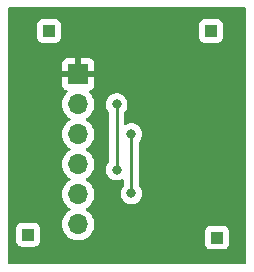
<source format=gbr>
G04 #@! TF.GenerationSoftware,KiCad,Pcbnew,8.0.01-1-dev-1e03266dfe*
G04 #@! TF.CreationDate,2024-03-02T01:41:00-08:00*
G04 #@! TF.ProjectId,sfh7070_breakoutboard,73666837-3037-4305-9f62-7265616b6f75,rev?*
G04 #@! TF.SameCoordinates,Original*
G04 #@! TF.FileFunction,Copper,L2,Bot*
G04 #@! TF.FilePolarity,Positive*
%FSLAX46Y46*%
G04 Gerber Fmt 4.6, Leading zero omitted, Abs format (unit mm)*
G04 Created by KiCad (PCBNEW 8.0.01-1-dev-1e03266dfe) date 2024-03-02 01:41:00*
%MOMM*%
%LPD*%
G01*
G04 APERTURE LIST*
G04 #@! TA.AperFunction,ComponentPad*
%ADD10R,1.700000X1.700000*%
G04 #@! TD*
G04 #@! TA.AperFunction,ComponentPad*
%ADD11O,1.700000X1.700000*%
G04 #@! TD*
G04 #@! TA.AperFunction,ComponentPad*
%ADD12R,1.000000X1.000000*%
G04 #@! TD*
G04 #@! TA.AperFunction,ViaPad*
%ADD13C,0.800000*%
G04 #@! TD*
G04 #@! TA.AperFunction,Conductor*
%ADD14C,0.250000*%
G04 #@! TD*
G04 APERTURE END LIST*
D10*
X26250000Y-23170000D03*
D11*
X26250000Y-25710000D03*
X26250000Y-28250000D03*
X26250000Y-30790000D03*
X26250000Y-33330000D03*
X26250000Y-35870000D03*
D12*
X38000000Y-37000000D03*
X37500000Y-19500000D03*
X22000000Y-36750000D03*
X23750000Y-19500000D03*
D13*
X37750000Y-22000000D03*
X36250000Y-34250000D03*
X29500000Y-25710000D03*
X29500000Y-31250000D03*
X30750000Y-33250000D03*
X30750000Y-28250000D03*
D14*
X29500000Y-31250000D02*
X29500000Y-25710000D01*
X30750000Y-33250000D02*
X30750000Y-28250000D01*
G04 #@! TA.AperFunction,Conductor*
G36*
X40431621Y-17530502D02*
G01*
X40478114Y-17584158D01*
X40489500Y-17636500D01*
X40489500Y-39113500D01*
X40469498Y-39181621D01*
X40415842Y-39228114D01*
X40363500Y-39239500D01*
X20386500Y-39239500D01*
X20318379Y-39219498D01*
X20271886Y-39165842D01*
X20260500Y-39113500D01*
X20260500Y-37298649D01*
X20991500Y-37298649D01*
X20998009Y-37359196D01*
X20998011Y-37359204D01*
X21049110Y-37496202D01*
X21049112Y-37496207D01*
X21136738Y-37613261D01*
X21253792Y-37700887D01*
X21253794Y-37700888D01*
X21253796Y-37700889D01*
X21312875Y-37722924D01*
X21390795Y-37751988D01*
X21390803Y-37751990D01*
X21451350Y-37758499D01*
X21451355Y-37758499D01*
X21451362Y-37758500D01*
X21451368Y-37758500D01*
X22548632Y-37758500D01*
X22548638Y-37758500D01*
X22548645Y-37758499D01*
X22548649Y-37758499D01*
X22609196Y-37751990D01*
X22609199Y-37751989D01*
X22609201Y-37751989D01*
X22746204Y-37700889D01*
X22863261Y-37613261D01*
X22911629Y-37548649D01*
X36991500Y-37548649D01*
X36998009Y-37609196D01*
X36998011Y-37609204D01*
X37049110Y-37746202D01*
X37049112Y-37746207D01*
X37136738Y-37863261D01*
X37253792Y-37950887D01*
X37253794Y-37950888D01*
X37253796Y-37950889D01*
X37312875Y-37972924D01*
X37390795Y-38001988D01*
X37390803Y-38001990D01*
X37451350Y-38008499D01*
X37451355Y-38008499D01*
X37451362Y-38008500D01*
X37451368Y-38008500D01*
X38548632Y-38008500D01*
X38548638Y-38008500D01*
X38548645Y-38008499D01*
X38548649Y-38008499D01*
X38609196Y-38001990D01*
X38609199Y-38001989D01*
X38609201Y-38001989D01*
X38746204Y-37950889D01*
X38863261Y-37863261D01*
X38950887Y-37746207D01*
X38950887Y-37746206D01*
X38950889Y-37746204D01*
X39001989Y-37609201D01*
X39008500Y-37548638D01*
X39008500Y-36451362D01*
X39008499Y-36451350D01*
X39001990Y-36390803D01*
X39001988Y-36390795D01*
X38950889Y-36253797D01*
X38950887Y-36253792D01*
X38863261Y-36136738D01*
X38746207Y-36049112D01*
X38746202Y-36049110D01*
X38609204Y-35998011D01*
X38609196Y-35998009D01*
X38548649Y-35991500D01*
X38548638Y-35991500D01*
X37451362Y-35991500D01*
X37451350Y-35991500D01*
X37390803Y-35998009D01*
X37390795Y-35998011D01*
X37253797Y-36049110D01*
X37253792Y-36049112D01*
X37136738Y-36136738D01*
X37049112Y-36253792D01*
X37049110Y-36253797D01*
X36998011Y-36390795D01*
X36998009Y-36390803D01*
X36991500Y-36451350D01*
X36991500Y-37548649D01*
X22911629Y-37548649D01*
X22950889Y-37496204D01*
X23001989Y-37359201D01*
X23008500Y-37298638D01*
X23008500Y-36201362D01*
X23008499Y-36201350D01*
X23001990Y-36140803D01*
X23001988Y-36140795D01*
X22950889Y-36003797D01*
X22950887Y-36003792D01*
X22863261Y-35886738D01*
X22840902Y-35870000D01*
X24886844Y-35870000D01*
X24897451Y-35998011D01*
X24905437Y-36094375D01*
X24960702Y-36312612D01*
X24960703Y-36312613D01*
X24960704Y-36312616D01*
X25051140Y-36518791D01*
X25051141Y-36518793D01*
X25174275Y-36707265D01*
X25174279Y-36707270D01*
X25326762Y-36872908D01*
X25381331Y-36915381D01*
X25504424Y-37011189D01*
X25702426Y-37118342D01*
X25702427Y-37118342D01*
X25702428Y-37118343D01*
X25814227Y-37156723D01*
X25915365Y-37191444D01*
X26137431Y-37228500D01*
X26137435Y-37228500D01*
X26362565Y-37228500D01*
X26362569Y-37228500D01*
X26584635Y-37191444D01*
X26797574Y-37118342D01*
X26995576Y-37011189D01*
X27173240Y-36872906D01*
X27325722Y-36707268D01*
X27448860Y-36518791D01*
X27539296Y-36312616D01*
X27594564Y-36094368D01*
X27613156Y-35870000D01*
X27594564Y-35645632D01*
X27539296Y-35427384D01*
X27448860Y-35221209D01*
X27442140Y-35210924D01*
X27325724Y-35032734D01*
X27325720Y-35032729D01*
X27173237Y-34867091D01*
X27091382Y-34803381D01*
X26995576Y-34728811D01*
X26962319Y-34710813D01*
X26911929Y-34660802D01*
X26896576Y-34591485D01*
X26921136Y-34524872D01*
X26962320Y-34489186D01*
X26995576Y-34471189D01*
X27173240Y-34332906D01*
X27325722Y-34167268D01*
X27448860Y-33978791D01*
X27539296Y-33772616D01*
X27594564Y-33554368D01*
X27613156Y-33330000D01*
X27594564Y-33105632D01*
X27539296Y-32887384D01*
X27448860Y-32681209D01*
X27416569Y-32631784D01*
X27325724Y-32492734D01*
X27325720Y-32492729D01*
X27173237Y-32327091D01*
X27091382Y-32263381D01*
X26995576Y-32188811D01*
X26962319Y-32170813D01*
X26911929Y-32120802D01*
X26896576Y-32051485D01*
X26921136Y-31984872D01*
X26962320Y-31949186D01*
X26995576Y-31931189D01*
X27173240Y-31792906D01*
X27325722Y-31627268D01*
X27448860Y-31438791D01*
X27531671Y-31250000D01*
X28586496Y-31250000D01*
X28606457Y-31439927D01*
X28636526Y-31532470D01*
X28665473Y-31621556D01*
X28665476Y-31621561D01*
X28760958Y-31786941D01*
X28760965Y-31786951D01*
X28888744Y-31928864D01*
X28888747Y-31928866D01*
X29043248Y-32041118D01*
X29217712Y-32118794D01*
X29404513Y-32158500D01*
X29595487Y-32158500D01*
X29782288Y-32118794D01*
X29939253Y-32048908D01*
X30009618Y-32039475D01*
X30073915Y-32069581D01*
X30111728Y-32129670D01*
X30116500Y-32164016D01*
X30116500Y-32547474D01*
X30096498Y-32615595D01*
X30084137Y-32631784D01*
X30010957Y-32713059D01*
X29915476Y-32878438D01*
X29915473Y-32878445D01*
X29856457Y-33060072D01*
X29836496Y-33250000D01*
X29856457Y-33439927D01*
X29886526Y-33532470D01*
X29915473Y-33621556D01*
X29915476Y-33621561D01*
X30010958Y-33786941D01*
X30010965Y-33786951D01*
X30138744Y-33928864D01*
X30138747Y-33928866D01*
X30293248Y-34041118D01*
X30467712Y-34118794D01*
X30654513Y-34158500D01*
X30845487Y-34158500D01*
X31032288Y-34118794D01*
X31206752Y-34041118D01*
X31361253Y-33928866D01*
X31489040Y-33786944D01*
X31584527Y-33621556D01*
X31643542Y-33439928D01*
X31663504Y-33250000D01*
X31643542Y-33060072D01*
X31584527Y-32878444D01*
X31489040Y-32713056D01*
X31415863Y-32631784D01*
X31385146Y-32567776D01*
X31383500Y-32547474D01*
X31383500Y-28952524D01*
X31403502Y-28884403D01*
X31415858Y-28868220D01*
X31489040Y-28786944D01*
X31584527Y-28621556D01*
X31643542Y-28439928D01*
X31663504Y-28250000D01*
X31643542Y-28060072D01*
X31584527Y-27878444D01*
X31489040Y-27713056D01*
X31489038Y-27713054D01*
X31489034Y-27713048D01*
X31361255Y-27571135D01*
X31206752Y-27458882D01*
X31032288Y-27381206D01*
X30845487Y-27341500D01*
X30654513Y-27341500D01*
X30467711Y-27381206D01*
X30310749Y-27451090D01*
X30240382Y-27460524D01*
X30176085Y-27430417D01*
X30138271Y-27370328D01*
X30133500Y-27335983D01*
X30133500Y-26412524D01*
X30153502Y-26344403D01*
X30165858Y-26328220D01*
X30239040Y-26246944D01*
X30334527Y-26081556D01*
X30393542Y-25899928D01*
X30413504Y-25710000D01*
X30393542Y-25520072D01*
X30334527Y-25338444D01*
X30239040Y-25173056D01*
X30239038Y-25173054D01*
X30239034Y-25173048D01*
X30111255Y-25031135D01*
X29956752Y-24918882D01*
X29782288Y-24841206D01*
X29595487Y-24801500D01*
X29404513Y-24801500D01*
X29217711Y-24841206D01*
X29043247Y-24918882D01*
X28888744Y-25031135D01*
X28760965Y-25173048D01*
X28760958Y-25173058D01*
X28665476Y-25338438D01*
X28665473Y-25338445D01*
X28606457Y-25520072D01*
X28586496Y-25710000D01*
X28606457Y-25899927D01*
X28636526Y-25992470D01*
X28665473Y-26081556D01*
X28760960Y-26246944D01*
X28834137Y-26328215D01*
X28864853Y-26392220D01*
X28866500Y-26412524D01*
X28866500Y-30547474D01*
X28846498Y-30615595D01*
X28834137Y-30631784D01*
X28760957Y-30713059D01*
X28665476Y-30878438D01*
X28665473Y-30878445D01*
X28606457Y-31060072D01*
X28586496Y-31250000D01*
X27531671Y-31250000D01*
X27539296Y-31232616D01*
X27594564Y-31014368D01*
X27613156Y-30790000D01*
X27594564Y-30565632D01*
X27539296Y-30347384D01*
X27448860Y-30141209D01*
X27442140Y-30130924D01*
X27325724Y-29952734D01*
X27325720Y-29952729D01*
X27173237Y-29787091D01*
X27091382Y-29723381D01*
X26995576Y-29648811D01*
X26962319Y-29630813D01*
X26911929Y-29580802D01*
X26896576Y-29511485D01*
X26921136Y-29444872D01*
X26962320Y-29409186D01*
X26995576Y-29391189D01*
X27173240Y-29252906D01*
X27325722Y-29087268D01*
X27448860Y-28898791D01*
X27539296Y-28692616D01*
X27594564Y-28474368D01*
X27613156Y-28250000D01*
X27594564Y-28025632D01*
X27557291Y-27878444D01*
X27539297Y-27807387D01*
X27539296Y-27807386D01*
X27539296Y-27807384D01*
X27448860Y-27601209D01*
X27429211Y-27571134D01*
X27325724Y-27412734D01*
X27325720Y-27412729D01*
X27173237Y-27247091D01*
X27091382Y-27183381D01*
X26995576Y-27108811D01*
X26962319Y-27090813D01*
X26911929Y-27040802D01*
X26896576Y-26971485D01*
X26921136Y-26904872D01*
X26962320Y-26869186D01*
X26995576Y-26851189D01*
X27173240Y-26712906D01*
X27325722Y-26547268D01*
X27448860Y-26358791D01*
X27539296Y-26152616D01*
X27594564Y-25934368D01*
X27613156Y-25710000D01*
X27594564Y-25485632D01*
X27557291Y-25338444D01*
X27539297Y-25267387D01*
X27539296Y-25267386D01*
X27539296Y-25267384D01*
X27448860Y-25061209D01*
X27429211Y-25031134D01*
X27325724Y-24872734D01*
X27325714Y-24872722D01*
X27182159Y-24716782D01*
X27150737Y-24653117D01*
X27158723Y-24582571D01*
X27203582Y-24527542D01*
X27230827Y-24513388D01*
X27345965Y-24470444D01*
X27462904Y-24382904D01*
X27550444Y-24265965D01*
X27550444Y-24265964D01*
X27601494Y-24129093D01*
X27607999Y-24068597D01*
X27608000Y-24068585D01*
X27608000Y-23424000D01*
X26680703Y-23424000D01*
X26715925Y-23362993D01*
X26750000Y-23235826D01*
X26750000Y-23104174D01*
X26715925Y-22977007D01*
X26680703Y-22916000D01*
X27608000Y-22916000D01*
X27608000Y-22271414D01*
X27607999Y-22271402D01*
X27601494Y-22210906D01*
X27550444Y-22074035D01*
X27550444Y-22074034D01*
X27462904Y-21957095D01*
X27345965Y-21869555D01*
X27209093Y-21818505D01*
X27148597Y-21812000D01*
X26504000Y-21812000D01*
X26504000Y-22739297D01*
X26442993Y-22704075D01*
X26315826Y-22670000D01*
X26184174Y-22670000D01*
X26057007Y-22704075D01*
X25996000Y-22739297D01*
X25996000Y-21812000D01*
X25351402Y-21812000D01*
X25290906Y-21818505D01*
X25154035Y-21869555D01*
X25154034Y-21869555D01*
X25037095Y-21957095D01*
X24949555Y-22074034D01*
X24949555Y-22074035D01*
X24898505Y-22210906D01*
X24892000Y-22271402D01*
X24892000Y-22916000D01*
X25819297Y-22916000D01*
X25784075Y-22977007D01*
X25750000Y-23104174D01*
X25750000Y-23235826D01*
X25784075Y-23362993D01*
X25819297Y-23424000D01*
X24892000Y-23424000D01*
X24892000Y-24068597D01*
X24898505Y-24129093D01*
X24949555Y-24265964D01*
X24949555Y-24265965D01*
X25037095Y-24382904D01*
X25154034Y-24470444D01*
X25269172Y-24513388D01*
X25326008Y-24555935D01*
X25350819Y-24622455D01*
X25335728Y-24691829D01*
X25317841Y-24716782D01*
X25174280Y-24872729D01*
X25174275Y-24872734D01*
X25051141Y-25061206D01*
X24960703Y-25267386D01*
X24960702Y-25267387D01*
X24905437Y-25485624D01*
X24905436Y-25485630D01*
X24905436Y-25485632D01*
X24886844Y-25710000D01*
X24902582Y-25899928D01*
X24905437Y-25934375D01*
X24960702Y-26152612D01*
X24960703Y-26152613D01*
X24960704Y-26152616D01*
X25044829Y-26344403D01*
X25051141Y-26358793D01*
X25174275Y-26547265D01*
X25174279Y-26547270D01*
X25326762Y-26712908D01*
X25381331Y-26755381D01*
X25504424Y-26851189D01*
X25537680Y-26869186D01*
X25588071Y-26919200D01*
X25603423Y-26988516D01*
X25578862Y-27055129D01*
X25537680Y-27090813D01*
X25504426Y-27108810D01*
X25504424Y-27108811D01*
X25326762Y-27247091D01*
X25174279Y-27412729D01*
X25174275Y-27412734D01*
X25051141Y-27601206D01*
X24960703Y-27807386D01*
X24960702Y-27807387D01*
X24905437Y-28025624D01*
X24905436Y-28025630D01*
X24905436Y-28025632D01*
X24886844Y-28250000D01*
X24902582Y-28439928D01*
X24905437Y-28474375D01*
X24960702Y-28692612D01*
X24960703Y-28692613D01*
X24960704Y-28692616D01*
X25044829Y-28884403D01*
X25051141Y-28898793D01*
X25174275Y-29087265D01*
X25174279Y-29087270D01*
X25326762Y-29252908D01*
X25381331Y-29295381D01*
X25504424Y-29391189D01*
X25537680Y-29409186D01*
X25588071Y-29459200D01*
X25603423Y-29528516D01*
X25578862Y-29595129D01*
X25537680Y-29630813D01*
X25504426Y-29648810D01*
X25504424Y-29648811D01*
X25326762Y-29787091D01*
X25174279Y-29952729D01*
X25174275Y-29952734D01*
X25051141Y-30141206D01*
X24960703Y-30347386D01*
X24960702Y-30347387D01*
X24905437Y-30565624D01*
X24905436Y-30565630D01*
X24905436Y-30565632D01*
X24893220Y-30713056D01*
X24886844Y-30790000D01*
X24905437Y-31014375D01*
X24960702Y-31232612D01*
X24960703Y-31232613D01*
X24960704Y-31232616D01*
X25051140Y-31438791D01*
X25051141Y-31438793D01*
X25174275Y-31627265D01*
X25174279Y-31627270D01*
X25326762Y-31792908D01*
X25381331Y-31835381D01*
X25504424Y-31931189D01*
X25537680Y-31949186D01*
X25588071Y-31999200D01*
X25603423Y-32068516D01*
X25578862Y-32135129D01*
X25537680Y-32170813D01*
X25504426Y-32188810D01*
X25504424Y-32188811D01*
X25326762Y-32327091D01*
X25174279Y-32492729D01*
X25174275Y-32492734D01*
X25051141Y-32681206D01*
X24960703Y-32887386D01*
X24960702Y-32887387D01*
X24905437Y-33105624D01*
X24886844Y-33330000D01*
X24905437Y-33554375D01*
X24960702Y-33772612D01*
X24960703Y-33772613D01*
X24960704Y-33772616D01*
X24966989Y-33786944D01*
X25051141Y-33978793D01*
X25174275Y-34167265D01*
X25174279Y-34167270D01*
X25326762Y-34332908D01*
X25381331Y-34375381D01*
X25504424Y-34471189D01*
X25537680Y-34489186D01*
X25588071Y-34539200D01*
X25603423Y-34608516D01*
X25578862Y-34675129D01*
X25537680Y-34710813D01*
X25504426Y-34728810D01*
X25504424Y-34728811D01*
X25326762Y-34867091D01*
X25174279Y-35032729D01*
X25174275Y-35032734D01*
X25051141Y-35221206D01*
X24960703Y-35427386D01*
X24960702Y-35427387D01*
X24905437Y-35645624D01*
X24905436Y-35645630D01*
X24905436Y-35645632D01*
X24886844Y-35870000D01*
X22840902Y-35870000D01*
X22746207Y-35799112D01*
X22746202Y-35799110D01*
X22609204Y-35748011D01*
X22609196Y-35748009D01*
X22548649Y-35741500D01*
X22548638Y-35741500D01*
X21451362Y-35741500D01*
X21451350Y-35741500D01*
X21390803Y-35748009D01*
X21390795Y-35748011D01*
X21253797Y-35799110D01*
X21253792Y-35799112D01*
X21136738Y-35886738D01*
X21049112Y-36003792D01*
X21049110Y-36003797D01*
X20998011Y-36140795D01*
X20998009Y-36140803D01*
X20991500Y-36201350D01*
X20991500Y-37298649D01*
X20260500Y-37298649D01*
X20260500Y-20048649D01*
X22741500Y-20048649D01*
X22748009Y-20109196D01*
X22748011Y-20109204D01*
X22799110Y-20246202D01*
X22799112Y-20246207D01*
X22886738Y-20363261D01*
X23003792Y-20450887D01*
X23003794Y-20450888D01*
X23003796Y-20450889D01*
X23062875Y-20472924D01*
X23140795Y-20501988D01*
X23140803Y-20501990D01*
X23201350Y-20508499D01*
X23201355Y-20508499D01*
X23201362Y-20508500D01*
X23201368Y-20508500D01*
X24298632Y-20508500D01*
X24298638Y-20508500D01*
X24298645Y-20508499D01*
X24298649Y-20508499D01*
X24359196Y-20501990D01*
X24359199Y-20501989D01*
X24359201Y-20501989D01*
X24496204Y-20450889D01*
X24613261Y-20363261D01*
X24700889Y-20246204D01*
X24751989Y-20109201D01*
X24758499Y-20048649D01*
X36491500Y-20048649D01*
X36498009Y-20109196D01*
X36498011Y-20109204D01*
X36549110Y-20246202D01*
X36549112Y-20246207D01*
X36636738Y-20363261D01*
X36753792Y-20450887D01*
X36753794Y-20450888D01*
X36753796Y-20450889D01*
X36812875Y-20472924D01*
X36890795Y-20501988D01*
X36890803Y-20501990D01*
X36951350Y-20508499D01*
X36951355Y-20508499D01*
X36951362Y-20508500D01*
X36951368Y-20508500D01*
X38048632Y-20508500D01*
X38048638Y-20508500D01*
X38048645Y-20508499D01*
X38048649Y-20508499D01*
X38109196Y-20501990D01*
X38109199Y-20501989D01*
X38109201Y-20501989D01*
X38246204Y-20450889D01*
X38363261Y-20363261D01*
X38450889Y-20246204D01*
X38501989Y-20109201D01*
X38508500Y-20048638D01*
X38508500Y-18951362D01*
X38508499Y-18951350D01*
X38501990Y-18890803D01*
X38501988Y-18890795D01*
X38450889Y-18753797D01*
X38450887Y-18753792D01*
X38363261Y-18636738D01*
X38246207Y-18549112D01*
X38246202Y-18549110D01*
X38109204Y-18498011D01*
X38109196Y-18498009D01*
X38048649Y-18491500D01*
X38048638Y-18491500D01*
X36951362Y-18491500D01*
X36951350Y-18491500D01*
X36890803Y-18498009D01*
X36890795Y-18498011D01*
X36753797Y-18549110D01*
X36753792Y-18549112D01*
X36636738Y-18636738D01*
X36549112Y-18753792D01*
X36549110Y-18753797D01*
X36498011Y-18890795D01*
X36498009Y-18890803D01*
X36491500Y-18951350D01*
X36491500Y-20048649D01*
X24758499Y-20048649D01*
X24758500Y-20048638D01*
X24758500Y-18951362D01*
X24758499Y-18951350D01*
X24751990Y-18890803D01*
X24751988Y-18890795D01*
X24700889Y-18753797D01*
X24700887Y-18753792D01*
X24613261Y-18636738D01*
X24496207Y-18549112D01*
X24496202Y-18549110D01*
X24359204Y-18498011D01*
X24359196Y-18498009D01*
X24298649Y-18491500D01*
X24298638Y-18491500D01*
X23201362Y-18491500D01*
X23201350Y-18491500D01*
X23140803Y-18498009D01*
X23140795Y-18498011D01*
X23003797Y-18549110D01*
X23003792Y-18549112D01*
X22886738Y-18636738D01*
X22799112Y-18753792D01*
X22799110Y-18753797D01*
X22748011Y-18890795D01*
X22748009Y-18890803D01*
X22741500Y-18951350D01*
X22741500Y-20048649D01*
X20260500Y-20048649D01*
X20260500Y-17636500D01*
X20280502Y-17568379D01*
X20334158Y-17521886D01*
X20386500Y-17510500D01*
X40363500Y-17510500D01*
X40431621Y-17530502D01*
G37*
G04 #@! TD.AperFunction*
M02*

</source>
